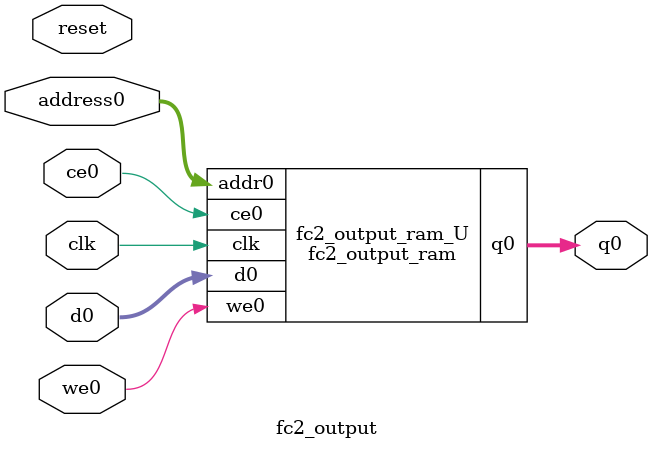
<source format=v>
`timescale 1 ns / 1 ps
module fc2_output_ram (addr0, ce0, d0, we0, q0,  clk);

parameter DWIDTH = 32;
parameter AWIDTH = 7;
parameter MEM_SIZE = 84;

input[AWIDTH-1:0] addr0;
input ce0;
input[DWIDTH-1:0] d0;
input we0;
output reg[DWIDTH-1:0] q0;
input clk;

(* ram_style = "block" *)reg [DWIDTH-1:0] ram[0:MEM_SIZE-1];




always @(posedge clk)  
begin 
    if (ce0) 
    begin
        if (we0) 
        begin 
            ram[addr0] <= d0; 
        end 
        q0 <= ram[addr0];
    end
end


endmodule

`timescale 1 ns / 1 ps
module fc2_output(
    reset,
    clk,
    address0,
    ce0,
    we0,
    d0,
    q0);

parameter DataWidth = 32'd32;
parameter AddressRange = 32'd84;
parameter AddressWidth = 32'd7;
input reset;
input clk;
input[AddressWidth - 1:0] address0;
input ce0;
input we0;
input[DataWidth - 1:0] d0;
output[DataWidth - 1:0] q0;



fc2_output_ram fc2_output_ram_U(
    .clk( clk ),
    .addr0( address0 ),
    .ce0( ce0 ),
    .we0( we0 ),
    .d0( d0 ),
    .q0( q0 ));

endmodule


</source>
